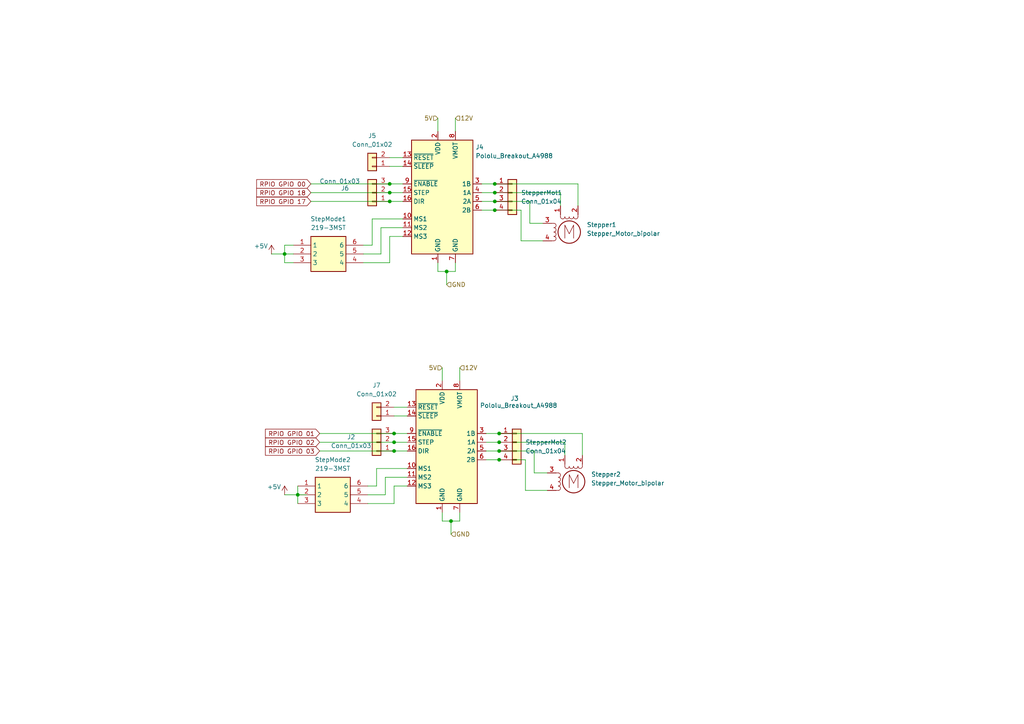
<source format=kicad_sch>
(kicad_sch (version 20231120) (generator "eeschema") (generator_version "8.0")
  (paper "A4")
  (lib_symbols
    (symbol "Connector_Generic:Conn_01x02" (pin_names (offset 1.016) hide)
      (property "Reference" "J" (at 0 2.54 0))
      (property "Value" "Conn_01x02" (at 0 -5.08 0))
      (symbol "Conn_01x02_1_1"
        (rectangle (start -1.27 -2.413) (end 0 -2.667) (stroke (width 0.1524)))
        (rectangle (start -1.27 0.127) (end 0 -0.127) (stroke (width 0.1524)))
        (rectangle (start -1.27 1.27) (end 1.27 -3.81) (stroke (width 0.254)) (fill (type background)))
        (pin passive line (at -5.08 0 0) (length 3.81) (name "Pin_1") (number "1"))
        (pin passive line (at -5.08 -2.54 0) (length 3.81) (name "Pin_2") (number "2"))
      )
    )
    (symbol "Connector_Generic:Conn_01x03" (pin_names (offset 1.016) hide)
      (property "Reference" "J" (at 0 5.08 0))
      (property "Value" "Conn_01x03" (at 0 -5.08 0))
      (symbol "Conn_01x03_1_1"
        (rectangle (start -1.27 -2.413) (end 0 -2.667) (stroke (width 0.1524)))
        (rectangle (start -1.27 0.127) (end 0 -0.127) (stroke (width 0.1524)))
        (rectangle (start -1.27 2.667) (end 0 2.413) (stroke (width 0.1524)))
        (rectangle (start -1.27 3.81) (end 1.27 -3.81) (stroke (width 0.254)) (fill (type background)))
        (pin passive line (at -5.08 2.54 0) (length 3.81) (name "Pin_1") (number "1"))
        (pin passive line (at -5.08 0 0) (length 3.81) (name "Pin_2") (number "2"))
        (pin passive line (at -5.08 -2.54 0) (length 3.81) (name "Pin_3") (number "3"))
      )
    )
    (symbol "Connector_Generic:Conn_01x04" (pin_names (offset 1.016) hide)
      (property "Reference" "J" (at 0 5.08 0))
      (property "Value" "Conn_01x04" (at 0 -7.62 0))
      (symbol "Conn_01x04_1_1"
        (rectangle (start -1.27 -4.953) (end 0 -5.207) (stroke (width 0.1524)))
        (rectangle (start -1.27 -2.413) (end 0 -2.667) (stroke (width 0.1524)))
        (rectangle (start -1.27 0.127) (end 0 -0.127) (stroke (width 0.1524)))
        (rectangle (start -1.27 2.667) (end 0 2.413) (stroke (width 0.1524)))
        (rectangle (start -1.27 3.81) (end 1.27 -6.35) (stroke (width 0.254)) (fill (type background)))
        (pin passive line (at -5.08 2.54 0) (length 3.81) (name "Pin_1") (number "1"))
        (pin passive line (at -5.08 0 0) (length 3.81) (name "Pin_2") (number "2"))
        (pin passive line (at -5.08 -2.54 0) (length 3.81) (name "Pin_3") (number "3"))
        (pin passive line (at -5.08 -5.08 0) (length 3.81) (name "Pin_4") (number "4"))
      )
    )
    (symbol "DipSwitch-3Pin-219-3MST:219-3MST"
      (property "Reference" "S" (at 16.51 7.62 0))
      (property "Value" "219-3MST" (at 16.51 5.08 0))
      (symbol "219-3MST_1_1"
        (rectangle (start 5.08 2.54) (end 15.24 -7.62) (stroke (width 0.254)) (fill (type background)))
        (pin passive line (at 0 0 0) (length 5.08) (name "1") (number "1"))
        (pin passive line (at 0 -2.54 0) (length 5.08) (name "2") (number "2"))
        (pin passive line (at 0 -5.08 0) (length 5.08) (name "3") (number "3"))
        (pin passive line (at 20.32 -5.08 180) (length 5.08) (name "4") (number "4"))
        (pin passive line (at 20.32 -2.54 180) (length 5.08) (name "5") (number "5"))
        (pin passive line (at 20.32 0 180) (length 5.08) (name "6") (number "6"))
      )
    )
    (symbol "Driver_Motor:Pololu_Breakout_A4988"
      (property "Reference" "A" (at -2.54 19.05 0))
      (property "Value" "Pololu_Breakout_A4988" (at -2.54 16.51 0))
      (symbol "Pololu_Breakout_A4988_0_1"
        (rectangle (start 10.16 -17.78) (end -7.62 15.24) (stroke (width 0.254)) (fill (type background)))
      )
      (symbol "Pololu_Breakout_A4988_1_1"
        (pin power_in line (at 0 -20.32 90) (length 2.54) (name "GND") (number "1"))
        (pin input line (at -10.16 -7.62 0) (length 2.54) (name "MS1") (number "10"))
        (pin input line (at -10.16 -10.16 0) (length 2.54) (name "MS2") (number "11"))
        (pin input line (at -10.16 -12.7 0) (length 2.54) (name "MS3") (number "12"))
        (pin input line (at -10.16 10.16 0) (length 2.54) (name "~{RESET}") (number "13"))
        (pin input line (at -10.16 7.62 0) (length 2.54) (name "~{SLEEP}") (number "14"))
        (pin input line (at -10.16 0 0) (length 2.54) (name "STEP") (number "15"))
        (pin input line (at -10.16 -2.54 0) (length 2.54) (name "DIR") (number "16"))
        (pin power_in line (at 0 17.78 270) (length 2.54) (name "VDD") (number "2"))
        (pin output line (at 12.7 2.54 180) (length 2.54) (name "1B") (number "3"))
        (pin output line (at 12.7 0 180) (length 2.54) (name "1A") (number "4"))
        (pin output line (at 12.7 -2.54 180) (length 2.54) (name "2A") (number "5"))
        (pin output line (at 12.7 -5.08 180) (length 2.54) (name "2B") (number "6"))
        (pin power_in line (at 5.08 -20.32 90) (length 2.54) (name "GND") (number "7"))
        (pin power_in line (at 5.08 17.78 270) (length 2.54) (name "VMOT") (number "8"))
        (pin input line (at -10.16 2.54 0) (length 2.54) (name "~{ENABLE}") (number "9"))
      )
    )
    (symbol "Motor:Stepper_Motor_bipolar" (pin_names (offset 0) hide)
      (property "Reference" "M" (at 3.81 2.54 0))
      (property "Value" "Stepper_Motor_bipolar" (at 3.81 1.27 0))
      (symbol "Stepper_Motor_bipolar_0_0"
        (polyline (pts (xy -1.27 -1.778) (xy -1.27 2.032) (xy 0 -0.508) (xy 1.27 2.032) (xy 1.27 -1.778)))
      )
      (symbol "Stepper_Motor_bipolar_0_1"
        (arc (start -4.445 -2.54) (mid -3.8127 -1.905) (end -4.445 -1.27))
        (arc (start -4.445 -1.27) (mid -3.8127 -0.635) (end -4.445 0))
        (arc (start -4.445 0) (mid -3.8127 0.635) (end -4.445 1.27))
        (arc (start -4.445 1.27) (mid -3.8127 1.905) (end -4.445 2.54))
        (arc (start -2.54 4.445) (mid -1.905 3.8127) (end -1.27 4.445))
        (arc (start -1.27 4.445) (mid -0.635 3.8127) (end 0 4.445))
        (polyline (pts (xy -5.08 -2.54) (xy -4.445 -2.54)))
        (polyline (pts (xy -5.08 2.54) (xy -4.445 2.54)))
        (polyline (pts (xy -2.54 5.08) (xy -2.54 4.445)))
        (polyline (pts (xy 2.54 5.08) (xy 2.54 4.445)))
        (circle (center 0 0) (radius 3.2512) (stroke (width 0.254)))
        (arc (start 0 4.445) (mid 0.635 3.8127) (end 1.27 4.445))
        (arc (start 1.27 4.445) (mid 1.905 3.8127) (end 2.54 4.445))
      )
      (symbol "Stepper_Motor_bipolar_1_1"
        (pin passive line (at -2.54 7.62 270) (length 2.54) (name "~") (number "1"))
        (pin passive line (at 2.54 7.62 270) (length 2.54) (name "-") (number "2"))
        (pin passive line (at -7.62 2.54 0) (length 2.54) (name "~") (number "3"))
        (pin passive line (at -7.62 -2.54 0) (length 2.54) (name "~") (number "4"))
      )
    )
    (symbol "power:+5V" (power) (pin_numbers hide) (pin_names (offset 0) hide)
      (property "Value" "+5V" (at 0 3.556 0))
      (symbol "+5V_0_1"
        (polyline (pts (xy -0.762 1.27) (xy 0 2.54)))
        (polyline (pts (xy 0 0) (xy 0 2.54)))
        (polyline (pts (xy 0 2.54) (xy 0.762 1.27)))
      )
      (symbol "+5V_1_1"
        (pin power_in line (at 0 0 90) (length 0) (name "~") (number "1"))
      )
    )
  )
  (junction (at 113.03 53.34))
  (junction (at 114.3 125.73))
  (junction (at 143.51 58.42))
  (junction (at 143.51 55.88))
  (junction (at 144.78 130.81))
  (junction (at 144.78 128.27))
  (junction (at 143.51 60.96))
  (junction (at 114.3 130.81))
  (junction (at 130.81 151.13))
  (junction (at 143.51 53.34))
  (junction (at 86.36 143.51))
  (junction (at 113.03 58.42))
  (junction (at 144.78 125.73))
  (junction (at 144.78 133.35))
  (junction (at 113.03 55.88))
  (junction (at 129.54 78.74))
  (junction (at 82.55 73.66))
  (junction (at 114.3 128.27))
  (wire (pts (xy 143.51 55.88) (xy 139.7 55.88)))
  (wire (pts (xy 127 34.29) (xy 127 38.1)))
  (wire (pts (xy 92.71 125.73) (xy 114.3 125.73)))
  (wire (pts (xy 114.3 128.27) (xy 118.11 128.27)))
  (wire (pts (xy 130.81 151.13) (xy 133.35 151.13)))
  (wire (pts (xy 109.22 135.89) (xy 109.22 140.97)))
  (wire (pts (xy 107.95 63.5) (xy 116.84 63.5)))
  (wire (pts (xy 152.4 142.24) (xy 158.75 142.24)))
  (wire (pts (xy 113.03 45.72) (xy 116.84 45.72)))
  (wire (pts (xy 113.03 68.58) (xy 113.03 76.2)))
  (wire (pts (xy 152.4 133.35) (xy 152.4 142.24)))
  (wire (pts (xy 127 78.74) (xy 129.54 78.74)))
  (wire (pts (xy 113.03 48.26) (xy 116.84 48.26)))
  (wire (pts (xy 143.51 53.34) (xy 139.7 53.34)))
  (wire (pts (xy 128.27 151.13) (xy 128.27 148.59)))
  (wire (pts (xy 132.08 34.29) (xy 132.08 38.1)))
  (wire (pts (xy 167.64 53.34) (xy 167.64 59.69)))
  (wire (pts (xy 105.41 71.12) (xy 107.95 71.12)))
  (wire (pts (xy 151.13 69.85) (xy 157.48 69.85)))
  (wire (pts (xy 86.36 140.97) (xy 86.36 143.51)))
  (wire (pts (xy 114.3 118.11) (xy 118.11 118.11)))
  (wire (pts (xy 133.35 106.68) (xy 133.35 110.49)))
  (wire (pts (xy 144.78 130.81) (xy 140.97 130.81)))
  (wire (pts (xy 144.78 125.73) (xy 168.91 125.73)))
  (wire (pts (xy 127 78.74) (xy 127 76.2)))
  (wire (pts (xy 133.35 151.13) (xy 133.35 148.59)))
  (wire (pts (xy 92.71 128.27) (xy 114.3 128.27)))
  (wire (pts (xy 107.95 71.12) (xy 107.95 63.5)))
  (wire (pts (xy 151.13 60.96) (xy 151.13 69.85)))
  (wire (pts (xy 144.78 130.81) (xy 154.94 130.81)))
  (wire (pts (xy 82.55 76.2) (xy 85.09 76.2)))
  (wire (pts (xy 90.17 58.42) (xy 113.03 58.42)))
  (wire (pts (xy 162.56 55.88) (xy 162.56 59.69)))
  (wire (pts (xy 114.3 130.81) (xy 118.11 130.81)))
  (wire (pts (xy 114.3 146.05) (xy 106.68 146.05)))
  (wire (pts (xy 129.54 78.74) (xy 129.54 82.55)))
  (wire (pts (xy 110.49 73.66) (xy 105.41 73.66)))
  (wire (pts (xy 130.81 151.13) (xy 130.81 154.94)))
  (wire (pts (xy 132.08 78.74) (xy 132.08 76.2)))
  (wire (pts (xy 113.03 58.42) (xy 116.84 58.42)))
  (wire (pts (xy 114.3 125.73) (xy 118.11 125.73)))
  (wire (pts (xy 143.51 55.88) (xy 162.56 55.88)))
  (wire (pts (xy 163.83 128.27) (xy 163.83 132.08)))
  (wire (pts (xy 82.55 73.66) (xy 82.55 76.2)))
  (wire (pts (xy 90.17 53.34) (xy 113.03 53.34)))
  (wire (pts (xy 86.36 143.51) (xy 86.36 146.05)))
  (wire (pts (xy 153.67 58.42) (xy 153.67 64.77)))
  (wire (pts (xy 113.03 68.58) (xy 116.84 68.58)))
  (wire (pts (xy 113.03 53.34) (xy 116.84 53.34)))
  (wire (pts (xy 114.3 120.65) (xy 118.11 120.65)))
  (wire (pts (xy 154.94 130.81) (xy 154.94 137.16)))
  (wire (pts (xy 106.68 140.97) (xy 109.22 140.97)))
  (wire (pts (xy 111.76 138.43) (xy 118.11 138.43)))
  (wire (pts (xy 144.78 128.27) (xy 140.97 128.27)))
  (wire (pts (xy 114.3 140.97) (xy 114.3 146.05)))
  (wire (pts (xy 92.71 130.81) (xy 114.3 130.81)))
  (wire (pts (xy 153.67 64.77) (xy 157.48 64.77)))
  (wire (pts (xy 113.03 55.88) (xy 116.84 55.88)))
  (wire (pts (xy 143.51 58.42) (xy 139.7 58.42)))
  (wire (pts (xy 82.55 73.66) (xy 85.09 73.66)))
  (wire (pts (xy 111.76 138.43) (xy 111.76 143.51)))
  (wire (pts (xy 110.49 66.04) (xy 110.49 73.66)))
  (wire (pts (xy 143.51 60.96) (xy 151.13 60.96)))
  (wire (pts (xy 168.91 125.73) (xy 168.91 132.08)))
  (wire (pts (xy 82.55 71.12) (xy 85.09 71.12)))
  (wire (pts (xy 128.27 106.68) (xy 128.27 110.49)))
  (wire (pts (xy 90.17 55.88) (xy 113.03 55.88)))
  (wire (pts (xy 82.55 143.51) (xy 86.36 143.51)))
  (wire (pts (xy 113.03 76.2) (xy 105.41 76.2)))
  (wire (pts (xy 82.55 73.66) (xy 82.55 71.12)))
  (wire (pts (xy 154.94 137.16) (xy 158.75 137.16)))
  (wire (pts (xy 144.78 128.27) (xy 163.83 128.27)))
  (wire (pts (xy 144.78 133.35) (xy 140.97 133.35)))
  (wire (pts (xy 129.54 78.74) (xy 132.08 78.74)))
  (wire (pts (xy 86.36 143.51) (xy 88.9 143.51)))
  (wire (pts (xy 143.51 58.42) (xy 153.67 58.42)))
  (wire (pts (xy 106.68 143.51) (xy 111.76 143.51)))
  (wire (pts (xy 109.22 135.89) (xy 118.11 135.89)))
  (wire (pts (xy 144.78 133.35) (xy 152.4 133.35)))
  (wire (pts (xy 78.74 73.66) (xy 82.55 73.66)))
  (wire (pts (xy 110.49 66.04) (xy 116.84 66.04)))
  (wire (pts (xy 143.51 60.96) (xy 139.7 60.96)))
  (wire (pts (xy 144.78 125.73) (xy 140.97 125.73)))
  (wire (pts (xy 143.51 53.34) (xy 167.64 53.34)))
  (wire (pts (xy 128.27 151.13) (xy 130.81 151.13)))
  (wire (pts (xy 114.3 140.97) (xy 118.11 140.97)))
  (global_label "RPIO GPIO 01" (shape input) (at 92.71 125.73 180) (property "Intersheetrefs" "${INTERSHEET_REFS}" (effects (hide yes))))
  (global_label "RPIO GPIO 00" (shape input) (at 90.17 53.34 180) (property "Intersheetrefs" "${INTERSHEET_REFS}" (effects (hide yes))))
  (global_label "RPIO GPIO 03" (shape input) (at 92.71 130.81 180) (property "Intersheetrefs" "${INTERSHEET_REFS}" (effects (hide yes))))
  (global_label "RPIO GPIO 02" (shape input) (at 92.71 128.27 180) (property "Intersheetrefs" "${INTERSHEET_REFS}" (effects (hide yes))))
  (global_label "RPIO GPIO 18" (shape input) (at 90.17 55.88 180) (property "Intersheetrefs" "${INTERSHEET_REFS}" (effects (hide yes))))
  (global_label "RPIO GPIO 17" (shape input) (at 90.17 58.42 180) (property "Intersheetrefs" "${INTERSHEET_REFS}" (effects (hide yes))))
  (hierarchical_label "5V" (shape input) (at 128.27 106.68 180))
  (hierarchical_label "GND" (shape input) (at 129.54 82.55 0))
  (hierarchical_label "5V" (shape input) (at 127 34.29 180))
  (hierarchical_label "12V" (shape input) (at 133.35 106.68 0))
  (hierarchical_label "GND" (shape input) (at 130.81 154.94 0))
  (hierarchical_label "12V" (shape input) (at 132.08 34.29 0))
  (symbol (lib_id "DipSwitch-3Pin-219-3MST:219-3MST") (at 85.09 71.12 0) (unit 1)
    (property "Reference" "StepMode1" (at 95.25 63.5 0))
    (property "Value" "219-3MST" (at 95.25 66.04 0))
    (property "Footprint" "SOP254P991X385-6N" (effects (hide yes)))
    (property "Datasheet" "https://www.ctscorp.com/wp-content/uploads/219.pdf" (effects (hide yes)))
    (property "Description" "DIP Switches / SIP Switches SPST 3 switch sections" (effects (hide yes)))
    (property "Height" "3.85" (effects (hide yes)))
    (property "Mouser Part Number" "774-2193MST" (effects (hide yes)))
    (property "Mouser Price/Stock" "https://www.mouser.co.uk/ProductDetail/CTS-Electronic-Components/219-3MST?qs=qNzHFtQhdJ%252BjqtkfP9tB7g%3D%3D" (effects (hide yes)))
    (property "Manufacturer_Name" "CTS" (effects (hide yes)))
    (property "Manufacturer_Part_Number" "219-3MST" (effects (hide yes)))
  )
  (symbol (lib_id "Connector_Generic:Conn_01x04") (at 148.59 55.88 0) (unit 1)
    (property "Reference" "StepperMot1" (at 151.13 55.8799 0) (effects (justify left)))
    (property "Value" "Conn_01x04" (at 151.13 58.4199 0) (effects (justify left)))
    (property "Footprint" "Connector_PinHeader_2.54mm:PinHeader_1x04_P2.54mm_Vertical" (effects (hide yes)))
    (property "Description" "Generic connector, single row, 01x04, script generated (kicad-library-utils/schlib/autogen/connector/)" (effects (hide yes)))
  )
  (symbol (lib_id "DipSwitch-3Pin-219-3MST:219-3MST") (at 86.36 140.97 0) (unit 1)
    (property "Reference" "StepMode2" (at 96.52 133.35 0))
    (property "Value" "219-3MST" (at 96.52 135.89 0))
    (property "Footprint" "SOP254P991X385-6N" (effects (hide yes)))
    (property "Datasheet" "https://www.ctscorp.com/wp-content/uploads/219.pdf" (effects (hide yes)))
    (property "Description" "DIP Switches / SIP Switches SPST 3 switch sections" (effects (hide yes)))
    (property "Height" "3.85" (effects (hide yes)))
    (property "Mouser Part Number" "774-2193MST" (effects (hide yes)))
    (property "Mouser Price/Stock" "https://www.mouser.co.uk/ProductDetail/CTS-Electronic-Components/219-3MST?qs=qNzHFtQhdJ%252BjqtkfP9tB7g%3D%3D" (effects (hide yes)))
    (property "Manufacturer_Name" "CTS" (effects (hide yes)))
    (property "Manufacturer_Part_Number" "219-3MST" (effects (hide yes)))
  )
  (symbol (lib_id "Motor:Stepper_Motor_bipolar") (at 166.37 139.7 0) (unit 1)
    (property "Reference" "Stepper2" (at 171.45 137.579 0) (effects (justify left)))
    (property "Value" "Stepper_Motor_bipolar" (at 171.45 140.119 0) (effects (justify left)))
    (property "Datasheet" "http://www.infineon.com/dgdl/Application-Note-TLE8110EE_driving_UniPolarStepperMotor_V1.1.pdf?fileId=db3a30431be39b97011be5d0aa0a00b0" (effects (hide yes)))
    (property "Description" "4-wire bipolar stepper motor" (effects (hide yes)))
  )
  (symbol (lib_id "Connector_Generic:Conn_01x04") (at 149.86 128.27 0) (unit 1)
    (property "Reference" "StepperMot2" (at 152.4 128.2699 0) (effects (justify left)))
    (property "Value" "Conn_01x04" (at 152.4 130.8099 0) (effects (justify left)))
    (property "Footprint" "Connector_PinHeader_2.54mm:PinHeader_1x04_P2.54mm_Vertical" (effects (hide yes)))
    (property "Description" "Generic connector, single row, 01x04, script generated (kicad-library-utils/schlib/autogen/connector/)" (effects (hide yes)))
  )
  (symbol (lib_id "Driver_Motor:Pololu_Breakout_A4988") (at 128.27 128.27 0) (unit 1)
    (property "Reference" "J3" (at 148.082 115.57 0) (effects (justify left)))
    (property "Value" "Pololu_Breakout_A4988" (at 139.192 117.602 0) (effects (justify left)))
    (property "Footprint" "Module:Pololu_Breakout-16_15.2x20.3mm" (effects (hide yes)))
    (property "Datasheet" "https://www.pololu.com/product/2980/pictures" (effects (hide yes)))
    (property "Description" "Pololu Breakout Board, Stepper Driver A4988" (effects (hide yes)))
  )
  (symbol (lib_id "power:+5V") (at 78.74 73.66 0) (unit 1)
    (property "Reference" "#PWR04" (effects (hide yes)))
    (property "Value" "+5V" (at 75.692 71.374 0))
    (property "Description" "Power symbol creates a global label with name \"+5V\"" (effects (hide yes)))
  )
  (symbol (lib_id "Driver_Motor:Pololu_Breakout_A4988") (at 127 55.88 0) (unit 1)
    (property "Reference" "J4" (at 137.922 42.672 0) (effects (justify left)))
    (property "Value" "Pololu_Breakout_A4988" (at 137.922 45.212 0) (effects (justify left)))
    (property "Footprint" "Module:Pololu_Breakout-16_15.2x20.3mm" (effects (hide yes)))
    (property "Datasheet" "https://www.pololu.com/product/2980/pictures" (effects (hide yes)))
    (property "Description" "Pololu Breakout Board, Stepper Driver A4988" (effects (hide yes)))
  )
  (symbol (lib_id "Connector_Generic:Conn_01x02") (at 109.22 120.65 180) (unit 1)
    (property "Reference" "J7" (at 109.22 111.76 0))
    (property "Value" "Conn_01x02" (at 109.22 114.3 0))
    (property "Footprint" "Connector_PinHeader_2.54mm:PinHeader_1x02_P2.54mm_Vertical" (effects (hide yes)))
    (property "Description" "Generic connector, single row, 01x02, script generated (kicad-library-utils/schlib/autogen/connector/)" (effects (hide yes)))
  )
  (symbol (lib_id "Connector_Generic:Conn_01x03") (at 107.95 55.88 180) (unit 1)
    (property "Reference" "J6" (at 100.076 54.61 0))
    (property "Value" "Conn_01x03" (at 98.552 52.578 0))
    (property "Footprint" "Connector_PinHeader_2.54mm:PinHeader_1x03_P2.54mm_Vertical" (effects (hide yes)))
    (property "Description" "Generic connector, single row, 01x03, script generated (kicad-library-utils/schlib/autogen/connector/)" (effects (hide yes)))
  )
  (symbol (lib_id "power:+5V") (at 82.55 143.51 0) (unit 1)
    (property "Reference" "#PWR05" (effects (hide yes)))
    (property "Value" "+5V" (at 79.502 141.224 0))
    (property "Description" "Power symbol creates a global label with name \"+5V\"" (effects (hide yes)))
  )
  (symbol (lib_id "Connector_Generic:Conn_01x03") (at 109.22 128.27 180) (unit 1)
    (property "Reference" "J2" (at 101.854 126.746 0))
    (property "Value" "Conn_01x03" (at 101.854 129.286 0))
    (property "Footprint" "Connector_PinHeader_2.54mm:PinHeader_1x03_P2.54mm_Vertical" (effects (hide yes)))
    (property "Description" "Generic connector, single row, 01x03, script generated (kicad-library-utils/schlib/autogen/connector/)" (effects (hide yes)))
  )
  (symbol (lib_id "Motor:Stepper_Motor_bipolar") (at 165.1 67.31 0) (unit 1)
    (property "Reference" "Stepper1" (at 170.18 65.189 0) (effects (justify left)))
    (property "Value" "Stepper_Motor_bipolar" (at 170.18 67.729 0) (effects (justify left)))
    (property "Datasheet" "http://www.infineon.com/dgdl/Application-Note-TLE8110EE_driving_UniPolarStepperMotor_V1.1.pdf?fileId=db3a30431be39b97011be5d0aa0a00b0" (effects (hide yes)))
    (property "Description" "4-wire bipolar stepper motor" (effects (hide yes)))
  )
  (symbol (lib_id "Connector_Generic:Conn_01x02") (at 107.95 48.26 180) (unit 1)
    (property "Reference" "J5" (at 107.95 39.37 0))
    (property "Value" "Conn_01x02" (at 107.95 41.91 0))
    (property "Footprint" "Connector_PinHeader_2.54mm:PinHeader_1x02_P2.54mm_Vertical" (effects (hide yes)))
    (property "Description" "Generic connector, single row, 01x02, script generated (kicad-library-utils/schlib/autogen/connector/)" (effects (hide yes)))
  )
)
</source>
